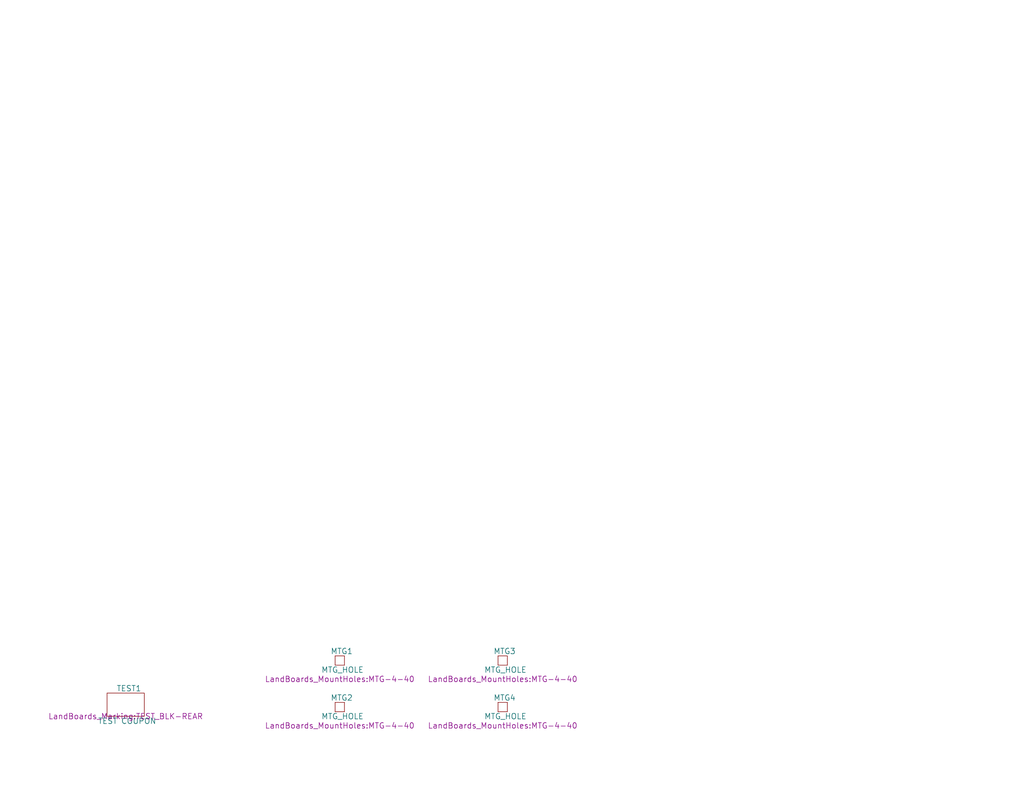
<source format=kicad_sch>
(kicad_sch (version 20211123) (generator eeschema)
  (paper "A")
  (title_block (title "ODAS_49MM") (date "2022-06-08") (rev "1") (company "LAND BOARDS, LLC"))
  (lib_symbols
    (symbol "LandBoards:COUPON" (pin_names (offset 1.016))
      (property "Reference" "COUP?" (at 0 0 0))
      (property "Value" "COUPON" (at 0 0 0))
      (symbol "COUPON_0_1"
        (rectangle (start -5.08 0) (end 5.08 6.35))
      )
    )
    (symbol "LandBoards:MTG_HOLE" (pin_names (offset 1.016))
      (property "Reference" "MTG?" (at 0 2.54 0))
      (property "Value" "MTG_HOLE" (at 0 -2.54 0))
      (symbol "MTG_HOLE_0_1"
        (rectangle (start -1.27 -1.27) (end 1.27 -1.27))
        (rectangle (start -1.27 1.27) (end -1.27 -1.27))
        (rectangle (start 1.27 1.27) (end -1.27 1.27))
        (rectangle (start 1.27 1.27) (end 1.27 -1.27))
      )
    )
  )
  (symbol (lib_id "LandBoards:MTG_HOLE") (at 137.16 180.34 0) (unit 1)
    (property "Reference" "MTG3" (at 134.62 177.8 0) (effects (font (size 1.524 1.524)) (justify left)))
    (property "Value" "MTG_HOLE" (at 132.08 182.88 0) (effects (font (size 1.524 1.524)) (justify left)))
    (property "Footprint" "LandBoards_MountHoles:MTG-4-40" (at 137.16 185.42 0) (effects (font (size 1.524 1.524))))
  )
  (symbol (lib_id "LandBoards:MTG_HOLE") (at 137.16 193.04 0) (unit 1)
    (property "Reference" "MTG4" (at 134.62 190.5 0) (effects (font (size 1.524 1.524)) (justify left)))
    (property "Value" "MTG_HOLE" (at 132.08 195.58 0) (effects (font (size 1.524 1.524)) (justify left)))
    (property "Footprint" "LandBoards_MountHoles:MTG-4-40" (at 137.16 198.12 0) (effects (font (size 1.524 1.524))))
  )
  (symbol (lib_id "LandBoards:MTG_HOLE") (at 92.71 193.04 0) (unit 1)
    (property "Reference" "MTG2" (at 90.17 190.5 0) (effects (font (size 1.524 1.524)) (justify left)))
    (property "Value" "MTG_HOLE" (at 87.63 195.58 0) (effects (font (size 1.524 1.524)) (justify left)))
    (property "Footprint" "LandBoards_MountHoles:MTG-4-40" (at 92.71 198.12 0) (effects (font (size 1.524 1.524))))
  )
  (symbol (lib_id "LandBoards:COUPON") (at 34.29 195.58 0) (unit 1)
    (property "Reference" "TEST1" (at 31.75 187.96 0) (effects (font (size 1.524 1.524)) (justify left)))
    (property "Value" "TEST COUPON" (at 26.67 196.85 0) (effects (font (size 1.524 1.524)) (justify left)))
    (property "Footprint" "LandBoards_Marking:TEST_BLK-REAR" (at 34.29 195.58 0) (effects (font (size 1.524 1.524))))
  )
  (symbol (lib_id "LandBoards:MTG_HOLE") (at 92.71 180.34 0) (unit 1)
    (property "Reference" "MTG1" (at 90.17 177.8 0) (effects (font (size 1.524 1.524)) (justify left)))
    (property "Value" "MTG_HOLE" (at 87.63 182.88 0) (effects (font (size 1.524 1.524)) (justify left)))
    (property "Footprint" "LandBoards_MountHoles:MTG-4-40" (at 92.71 185.42 0) (effects (font (size 1.524 1.524))))
  )
)
</source>
